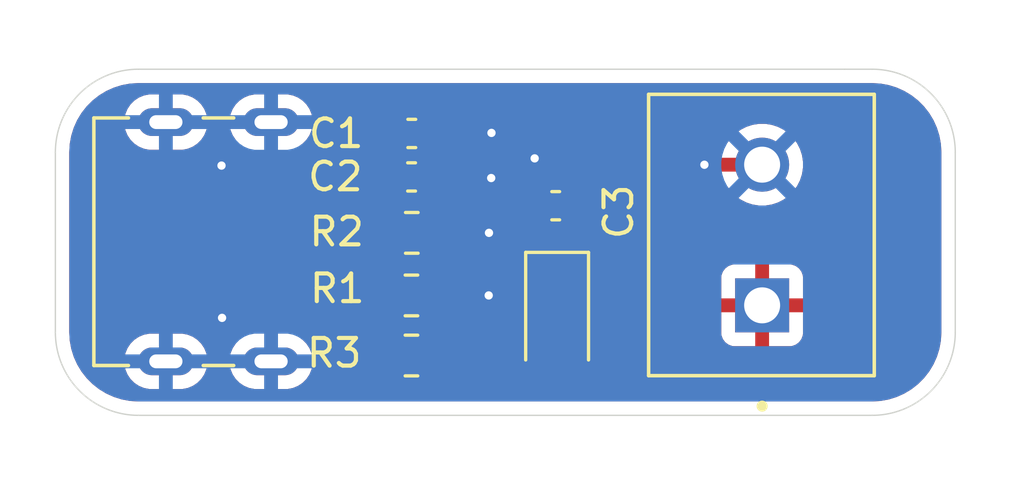
<source format=kicad_pcb>
(kicad_pcb (version 20241229) (generator "pcbnew") (generator_version "9.0")
  (layers (0 "F.Cu" signal) (2 "B.Cu" signal) (13 "F.Paste" user) (15 "B.Paste" user) (5 "F.SilkS" user "F.Silkscreen") (7 "B.SilkS" user "B.Silkscreen") (1 "F.Mask" user) (3 "B.Mask" user) (25 "Edge.Cuts" user))
  (net 0 "")
  (net 1 "+5V")
  (net 2 "GND")
  (net 3 "Net-(D1-A)")
  (net 4 "/cc2")
  (net 5 "/cc1")
  (footprint "Capacitor_SMD:C_0603_1608Metric" (layer "F.Cu") (at 112.07 73.43 180)
    (property "Reference" "C3" (at -2.27 -0.22 90) (layer "F.SilkS"))
    (property "Value" "100nF" (hide yes))
    (fp_line (start -0.14058 0.51) (end 0.14058 0.51) (stroke (width 0.12)) (layer "F.SilkS"))
    (fp_line (start -0.14058 -0.51) (end 0.14058 -0.51) (stroke (width 0.12)) (layer "F.SilkS"))
    (pad "1" smd roundrect (at -0.775 0 180) (size 0.9 0.95) (layers "F.Cu" "F.Mask" "F.Paste") (net 1 "+5V"))
    (pad "2" smd roundrect (at 0.775 0 180) (size 0.9 0.95) (layers "F.Cu" "F.Mask" "F.Paste") (net 2 "GND"))
  )
  (footprint "Resistor_SMD:R_0805_2012Metric" (layer "F.Cu") (at 106.86 76.67)
    (property "Reference" "R1" (at -2.68 -0.25 0) (layer "F.SilkS"))
    (property "Value" "5k1" (hide yes))
    (fp_line (start -0.227064 -0.735) (end 0.227064 -0.735) (stroke (width 0.12)) (layer "F.SilkS"))
    (fp_line (start -0.227064 0.735) (end 0.227064 0.735) (stroke (width 0.12)) (layer "F.SilkS"))
    (pad "1" smd roundrect (at -0.9125 0) (size 1.025 1.4) (layers "F.Cu" "F.Mask" "F.Paste") (roundrect_rratio 0.243902) (net 4 "/cc2"))
    (pad "2" smd roundrect (at 0.9125 0) (size 1.025 1.4) (layers "F.Cu" "F.Mask" "F.Paste") (roundrect_rratio 0.243902) (net 2 "GND"))
  )
  (footprint "Resistor_SMD:R_0805_2012Metric" (layer "F.Cu") (at 106.8725 74.41)
    (property "Reference" "R2" (at -2.7125 -0.04 0) (layer "F.SilkS"))
    (property "Value" "5k1" (hide yes))
    (fp_line (start -0.227064 -0.735) (end 0.227064 -0.735) (stroke (width 0.12)) (layer "F.SilkS"))
    (fp_line (start -0.227064 0.735) (end 0.227064 0.735) (stroke (width 0.12)) (layer "F.SilkS"))
    (pad "1" smd roundrect (at -0.9125 0) (size 1.025 1.4) (layers "F.Cu" "F.Mask" "F.Paste") (roundrect_rratio 0.243902) (net 5 "/cc1"))
    (pad "2" smd roundrect (at 0.9125 0) (size 1.025 1.4) (layers "F.Cu" "F.Mask" "F.Paste") (roundrect_rratio 0.243902) (net 2 "GND"))
  )
  (footprint "Resistor_SMD:R_0805_2012Metric" (layer "F.Cu") (at 106.86 78.84)
    (property "Reference" "R3" (at -2.79 -0.09 0) (layer "F.SilkS"))
    (property "Value" "1k" (hide yes))
    (fp_line (start -0.227064 -0.735) (end 0.227064 -0.735) (stroke (width 0.12)) (layer "F.SilkS"))
    (fp_line (start -0.227064 0.735) (end 0.227064 0.735) (stroke (width 0.12)) (layer "F.SilkS"))
    (pad "1" smd roundrect (at -0.9125 0) (size 1.025 1.4) (layers "F.Cu" "F.Mask" "F.Paste") (roundrect_rratio 0.243902) (net 1 "+5V"))
    (pad "2" smd roundrect (at 0.9125 0) (size 1.025 1.4) (layers "F.Cu" "F.Mask" "F.Paste") (roundrect_rratio 0.243902) (net 3 "Net-(D1-A)"))
  )
  (footprint "2pin_screw_terminal:PHOENIX_1729128" (layer "F.Cu") (at 123.575 79.5675 90)
    (property "Reference" "J2" (hide yes))
    (property "Value" "1729128" (hide yes))
    (fp_line (start 10.16 -8.15) (end 0 -8.15) (stroke (width 0.127)) (layer "F.SilkS"))
    (fp_line (start 0 -8.15) (end 0 0) (stroke (width 0.127)) (layer "F.SilkS"))
    (fp_line (start 10.16 0) (end 10.16 -8.15) (stroke (width 0.127)) (layer "F.SilkS"))
    (fp_line (start 0 0) (end 10.16 0) (stroke (width 0.127)) (layer "F.SilkS"))
    (fp_circle (center -1.1 -4.05) (end -1 -4.05) (stroke (width 0.2)) (fill no) (layer "F.SilkS"))
    (pad "1" thru_hole rect (at 2.54 -4.05 90) (size 1.95 1.95) (drill 1.3) (layers "*.Cu" "*.Mask") (net 1 "+5V"))
    (pad "2" thru_hole circle (at 7.62 -4.05 90) (size 1.95 1.95) (drill 1.3) (layers "*.Cu" "*.Mask") (net 2 "GND"))
  )
  (footprint "LED_SMD:LED_1206_3216Metric" (layer "F.Cu") (at 112.12 77.4 -90)
    (property "Reference" "D1" (hide yes))
    (property "Value" "LED")
    (fp_line (start -2.285 1.135) (end 1.6 1.135) (stroke (width 0.12)) (layer "F.SilkS"))
    (fp_line (start -2.285 -1.135) (end -2.285 1.135) (stroke (width 0.12)) (layer "F.SilkS"))
    (fp_line (start 1.6 -1.135) (end -2.285 -1.135) (stroke (width 0.12)) (layer "F.SilkS"))
    (pad "1" smd roundrect (at -1.4 0 270) (size 1.25 1.75) (layers "F.Cu" "F.Mask" "F.Paste") (roundrect_rratio 0.2) (net 2 "GND"))
    (pad "2" smd roundrect (at 1.4 0 270) (size 1.25 1.75) (layers "F.Cu" "F.Mask" "F.Paste") (roundrect_rratio 0.2) (net 3 "Net-(D1-A)"))
  )
  (footprint "Capacitor_SMD:C_0603_1608Metric" (layer "F.Cu") (at 106.8725 70.82)
    (property "Reference" "C1" (at -2.7325 0 180) (layer "F.SilkS"))
    (property "Value" "100nF" (hide yes))
    (fp_line (start -0.14058 -0.51) (end 0.14058 -0.51) (stroke (width 0.12)) (layer "F.SilkS"))
    (fp_line (start -0.14058 0.51) (end 0.14058 0.51) (stroke (width 0.12)) (layer "F.SilkS"))
    (pad "1" smd roundrect (at -0.775 0) (size 0.9 0.95) (layers "F.Cu" "F.Mask" "F.Paste") (net 1 "+5V"))
    (pad "2" smd roundrect (at 0.775 0) (size 0.9 0.95) (layers "F.Cu" "F.Mask" "F.Paste") (net 2 "GND"))
  )
  (footprint "Capacitor_SMD:C_0603_1608Metric" (layer "F.Cu") (at 106.865 72.39)
    (property "Reference" "C2" (at -2.755 -0.01 180) (layer "F.SilkS"))
    (property "Value" "100nF" (hide yes))
    (fp_line (start -0.14058 -0.51) (end 0.14058 -0.51) (stroke (width 0.12)) (layer "F.SilkS"))
    (fp_line (start -0.14058 0.51) (end 0.14058 0.51) (stroke (width 0.12)) (layer "F.SilkS"))
    (pad "1" smd roundrect (at -0.775 0) (size 0.9 0.95) (layers "F.Cu" "F.Mask" "F.Paste") (net 1 "+5V"))
    (pad "2" smd roundrect (at 0.775 0) (size 0.9 0.95) (layers "F.Cu" "F.Mask" "F.Paste") (net 2 "GND"))
  )
  (footprint "6pin_usb:CUI_UJC-HP-3-SMT-TR" (layer "F.Cu") (at 101.79 74.73 -90)
    (property "Reference" "J1" (hide yes))
    (property "Value" "UJC-HP-3-SMT-TR" (hide yes))
    (fp_line (start -4.47 6.4) (end 4.47 6.4) (stroke (width 0.127)) (layer "F.SilkS"))
    (fp_line (start -4.47 6.4) (end -4.47 5.15) (stroke (width 0.127)) (layer "F.SilkS"))
    (fp_line (start 4.47 6.4) (end 4.47 5.15) (stroke (width 0.127)) (layer "F.SilkS"))
    (fp_line (start -4.47 2.45) (end -4.47 1.35) (stroke (width 0.127)) (layer "F.SilkS"))
    (fp_line (start 4.47 2.45) (end 4.47 1.35) (stroke (width 0.127)) (layer "F.SilkS"))
    (pad "A5" smd rect (at -0.5 -0.005 270) (size 0.7 1.15) (layers "F.Cu" "F.Mask" "F.Paste") (net 5 "/cc1"))
    (pad "A9" smd rect (at 1.52 -0.005 270) (size 0.8 1.15) (layers "F.Cu" "F.Mask" "F.Paste") (net 1 "+5V"))
    (pad "A12" smd rect (at 2.75 -0.005 270) (size 0.9 1.15) (layers "F.Cu" "F.Mask" "F.Paste") (net 2 "GND"))
    (pad "B5" smd rect (at 0.5 -0.005 270) (size 0.7 1.15) (layers "F.Cu" "F.Mask" "F.Paste") (net 4 "/cc2"))
    (pad "B9" smd rect (at -1.52 -0.005 270) (size 0.8 1.15) (layers "F.Cu" "F.Mask" "F.Paste") (net 1 "+5V"))
    (pad "B12" smd rect (at -2.75 -0.005 270) (size 0.9 1.15) (layers "F.Cu" "F.Mask" "F.Paste") (net 2 "GND"))
    (pad "S1" thru_hole oval (at -4.32 0 270) (size 1 2) (drill oval 0.5 1.2) (layers "*.Cu" "*.Mask") (net 2 "GND"))
    (pad "S2" thru_hole oval (at 4.32 0 270) (size 1 2) (drill oval 0.5 1.2) (layers "*.Cu" "*.Mask") (net 2 "GND"))
    (pad "S3" thru_hole oval (at -4.32 3.8 270) (size 1 2) (drill oval 0.5 1.2) (layers "*.Cu" "*.Mask") (net 2 "GND"))
    (pad "S4" thru_hole oval (at 4.32 3.8 270) (size 1 2) (drill oval 0.5 1.2) (layers "*.Cu" "*.Mask") (net 2 "GND"))
  )
  (gr_line (start 126.5 71.5) (end 126.5 78) (stroke (width 0.05)) (layer "Edge.Cuts"))
  (gr_line (start 97 68.5) (end 122.5 68.5) (stroke (width 0.05)) (layer "Edge.Cuts"))
  (gr_arc (start 123.5 68.5) (mid 125.62132 69.37868) (end 126.5 71.5) (stroke (width 0.05)) (layer "Edge.Cuts"))
  (gr_arc (start 126.5 78) (mid 125.62132 80.12132) (end 123.5 81) (stroke (width 0.05)) (layer "Edge.Cuts"))
  (gr_arc (start 97 81) (mid 94.87868 80.12132) (end 94 78) (stroke (width 0.05)) (layer "Edge.Cuts"))
  (gr_line (start 97 81) (end 123.5 81) (stroke (width 0.05)) (layer "Edge.Cuts"))
  (gr_line (start 122.5 68.5) (end 123.5 68.5) (stroke (width 0.05)) (layer "Edge.Cuts"))
  (gr_arc (start 94 71.5) (mid 94.87868 69.37868) (end 97 68.5) (stroke (width 0.05)) (layer "Edge.Cuts"))
  (gr_line (start 94 71.5) (end 94 78) (stroke (width 0.05)) (layer "Edge.Cuts"))
  (segment (start 111.31 71.7475) (end 111.31 73.3125) (width 0.5) (layer "F.Cu") (net 2))
  (segment (start 117.4425 71.9475) (end 117.44 71.95) (width 0.5) (layer "F.Cu") (net 2))
  (segment (start 107.66 72.43) (end 109.74 72.43) (width 0.5) (layer "F.Cu") (net 2))
  (segment (start 107.7725 76.67) (end 109.65 76.67) (width 0.5) (layer "F.Cu") (net 2))
  (segment (start 119.525 71.9475) (end 117.4425 71.9475) (width 0.5) (layer "F.Cu") (net 2))
  (segment (start 101.795 77.48) (end 100.02 77.48) (width 0.5) (layer "F.Cu") (net 2))
  (segment (start 107.6475 70.82) (end 109.64 70.82) (width 0.5) (layer "F.Cu") (net 2))
  (segment (start 101.795 71.98) (end 100 71.98) (width 0.5) (layer "F.Cu") (net 2))
  (segment (start 107.785 74.41) (end 109.66 74.41) (width 0.5) (layer "F.Cu") (net 2))
  (via (at 109.75 70.8) (size 0.6) (drill 0.3) (layers "F.Cu" "B.Cu") (net 2))
  (via (at 117.44 71.95) (size 0.6) (drill 0.3) (layers "F.Cu" "B.Cu") (net 2))
  (via (at 100 71.98) (size 0.6) (drill 0.3) (layers "F.Cu" "B.Cu") (net 2))
  (via (at 109.66 74.41) (size 0.6) (drill 0.3) (layers "F.Cu" "B.Cu") (net 2))
  (via (at 111.31 71.72) (size 0.6) (drill 0.3) (layers "F.Cu" "B.Cu") (net 2))
  (via (at 109.74 72.43) (size 0.6) (drill 0.3) (layers "F.Cu" "B.Cu") (net 2))
  (via (at 100.02 77.48) (size 0.6) (drill 0.3) (layers "F.Cu" "B.Cu") (net 2))
  (via (at 109.65 76.67) (size 0.6) (drill 0.3) (layers "F.Cu" "B.Cu") (net 2))
  (segment (start 112.01 78.85) (end 112.02 78.86) (width 0.5) (layer "F.Cu") (net 3))
  (segment (start 107.7725 78.84) (end 111.57 78.84) (width 0.5) (layer "F.Cu") (net 3))
  (segment (start 111.57 78.84) (end 111.59 78.86) (width 0.5) (layer "F.Cu") (net 3))
  (segment (start 105.17 76.67) (end 105.9475 76.67) (width 0.25) (layer "F.Cu") (net 4))
  (segment (start 103.73 75.23) (end 105.17 76.67) (width 0.25) (layer "F.Cu") (net 4))
  (segment (start 101.795 75.23) (end 103.73 75.23) (width 0.25) (layer "F.Cu") (net 4))
  (segment (start 101.795 74.23) (end 101.805 74.22) (width 0.2) (layer "F.Cu") (net 5))
  (segment (start 103.47 74.23) (end 103.65 74.41) (width 0.2) (layer "F.Cu") (net 5))
  (segment (start 101.795 74.23) (end 103.47 74.23) (width 0.2) (layer "F.Cu") (net 5))
  (segment (start 103.65 74.41) (end 105.96 74.41) (width 0.2) (layer "F.Cu") (net 5))
  (zone (net 1) (net_name "+5V") (layer "F.Cu") (connect_pads (clearance 0.5)) (min_thickness 0.25) (fill yes (thermal_gap 0.5) (thermal_bridge_width 0.5))
    (polygon (pts (xy 92 66) (xy 129 66) (xy 129 84) (xy 92 84)))
  )
  (zone (net 2) (net_name "GND") (layer "B.Cu") (priority 1) (connect_pads (clearance 0.5)) (min_thickness 0.25) (fill yes (thermal_gap 0.5) (thermal_bridge_width 0.5))
    (polygon (pts (xy 93 67) (xy 127 67) (xy 127 82) (xy 93 82)))
  )
)
</source>
